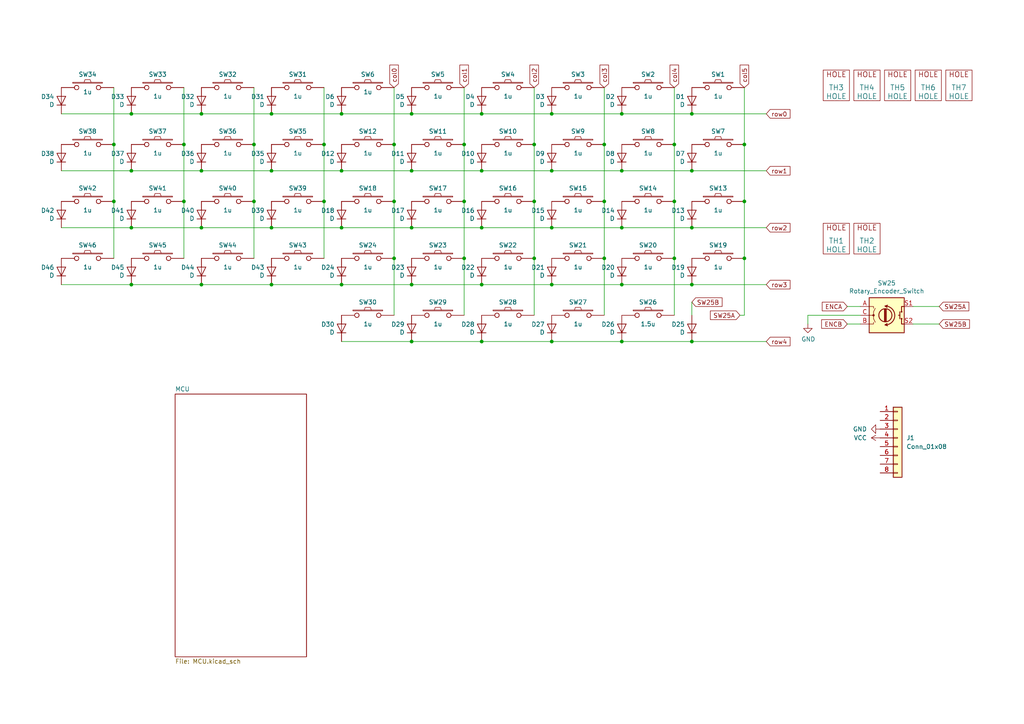
<source format=kicad_sch>
(kicad_sch (version 20211123) (generator eeschema)
  (paper "A4")
  (lib_symbols
    (symbol "Connector_Generic:Conn_01x08" (pin_names (offset 1.016) hide)
      (property "Reference" "J" (at 0 10.16 0))
      (property "Value" "Conn_01x08" (at 0 -12.7 0))
      (symbol "Conn_01x08_1_1"
        (rectangle (start -1.27 -10.033) (end 0 -10.287) (stroke (width 0.1524)))
        (rectangle (start -1.27 -7.493) (end 0 -7.747) (stroke (width 0.1524)))
        (rectangle (start -1.27 -4.953) (end 0 -5.207) (stroke (width 0.1524)))
        (rectangle (start -1.27 -2.413) (end 0 -2.667) (stroke (width 0.1524)))
        (rectangle (start -1.27 0.127) (end 0 -0.127) (stroke (width 0.1524)))
        (rectangle (start -1.27 2.667) (end 0 2.413) (stroke (width 0.1524)))
        (rectangle (start -1.27 5.207) (end 0 4.953) (stroke (width 0.1524)))
        (rectangle (start -1.27 7.747) (end 0 7.493) (stroke (width 0.1524)))
        (rectangle (start -1.27 8.89) (end 1.27 -11.43) (stroke (width 0.254)) (fill (type background)))
        (pin passive line (at -5.08 7.62 0) (length 3.81) (name "Pin_1") (number "1"))
        (pin passive line (at -5.08 5.08 0) (length 3.81) (name "Pin_2") (number "2"))
        (pin passive line (at -5.08 2.54 0) (length 3.81) (name "Pin_3") (number "3"))
        (pin passive line (at -5.08 0 0) (length 3.81) (name "Pin_4") (number "4"))
        (pin passive line (at -5.08 -2.54 0) (length 3.81) (name "Pin_5") (number "5"))
        (pin passive line (at -5.08 -5.08 0) (length 3.81) (name "Pin_6") (number "6"))
        (pin passive line (at -5.08 -7.62 0) (length 3.81) (name "Pin_7") (number "7"))
        (pin passive line (at -5.08 -10.16 0) (length 3.81) (name "Pin_8") (number "8"))
      )
    )
    (symbol "Device:Rotary_Encoder_Switch" (pin_names (offset 0.254) hide)
      (property "Reference" "SW" (at 0 6.604 0))
      (property "Value" "Device_Rotary_Encoder_Switch" (at 0 -6.604 0))
      (symbol "Rotary_Encoder_Switch_0_1"
        (rectangle (start -5.08 5.08) (end 5.08 -5.08) (stroke (width 0.254)) (fill (type background)))
        (circle (center -3.81 0) (radius 0.254) (fill (type outline)))
        (arc (start -0.381 -2.794) (mid 2.3622 -0.0635) (end -0.381 2.667) (stroke (width 0.254)))
        (circle (center -0.381 0) (radius 1.905) (stroke (width 0.254)))
        (polyline (pts (xy -0.635 -1.778) (xy -0.635 1.778)) (stroke (width 0.254)))
        (polyline (pts (xy -0.381 -1.778) (xy -0.381 1.778)) (stroke (width 0.254)))
        (polyline (pts (xy -0.127 1.778) (xy -0.127 -1.778)) (stroke (width 0.254)))
        (polyline (pts (xy 3.81 0) (xy 3.429 0)) (stroke (width 0.254)))
        (polyline (pts (xy 3.81 1.016) (xy 3.81 -1.016)) (stroke (width 0.254)))
        (polyline (pts (xy -5.08 -2.54) (xy -3.81 -2.54) (xy -3.81 -2.032)))
        (polyline (pts (xy -5.08 2.54) (xy -3.81 2.54) (xy -3.81 2.032)))
        (polyline (pts (xy 0.254 -3.048) (xy -0.508 -2.794) (xy 0.127 -2.413)) (stroke (width 0.254)))
        (polyline (pts (xy 0.254 2.921) (xy -0.508 2.667) (xy 0.127 2.286)) (stroke (width 0.254)))
        (polyline (pts (xy 5.08 -2.54) (xy 4.318 -2.54) (xy 4.318 -1.016)) (stroke (width 0.254)))
        (polyline (pts (xy 5.08 2.54) (xy 4.318 2.54) (xy 4.318 1.016)) (stroke (width 0.254)))
        (polyline (pts (xy -5.08 0) (xy -3.81 0) (xy -3.81 -1.016) (xy -3.302 -2.032)))
        (polyline (pts (xy -4.318 0) (xy -3.81 0) (xy -3.81 1.016) (xy -3.302 2.032)))
        (circle (center 4.318 -1.016) (radius 0.127) (stroke (width 0.254)))
        (circle (center 4.318 1.016) (radius 0.127) (stroke (width 0.254)))
      )
      (symbol "Rotary_Encoder_Switch_1_1"
        (pin passive line (at -7.62 2.54 0) (length 2.54) (name "A") (number "A"))
        (pin passive line (at -7.62 -2.54 0) (length 2.54) (name "B") (number "B"))
        (pin passive line (at -7.62 0 0) (length 2.54) (name "C") (number "C"))
        (pin passive line (at 7.62 2.54 180) (length 2.54) (name "S1") (number "S1"))
        (pin passive line (at 7.62 -2.54 180) (length 2.54) (name "S2") (number "S2"))
      )
    )
    (symbol "SofleKeyboard-rescue:D-Lily58-cache-Lily58_Pro-rescue" (pin_numbers hide) (pin_names (offset 1.016) hide)
      (property "Reference" "D" (at 0 2.54 0))
      (property "Value" "D-Lily58-cache-Lily58_Pro-rescue" (at 0 -2.54 0))
      (symbol "D-Lily58-cache-Lily58_Pro-rescue_0_1"
        (polyline (pts (xy -1.27 1.27) (xy -1.27 -1.27)) (stroke (width 0.2032)))
        (polyline (pts (xy 1.27 0) (xy -1.27 0)))
        (polyline (pts (xy 1.27 1.27) (xy 1.27 -1.27) (xy -1.27 0) (xy 1.27 1.27)) (stroke (width 0.2032)))
      )
      (symbol "D-Lily58-cache-Lily58_Pro-rescue_1_1"
        (pin passive line (at -3.81 0 0) (length 2.54) (name "K") (number "1"))
        (pin passive line (at 3.81 0 180) (length 2.54) (name "A") (number "2"))
      )
    )
    (symbol "SofleKeyboard-rescue:HOLE-Lily58-cache-Lily58_Pro-rescue" (pin_names (offset 1.016))
      (property "Reference" "U" (at 0 0 0))
      (property "Value" "HOLE-Lily58-cache-Lily58_Pro-rescue" (at 0 -5.08 0))
      (symbol "HOLE-Lily58-cache-Lily58_Pro-rescue_0_0"
        (text "HOLE" (at 0 3.81 0) (effects (font (size 1.524 1.524))))
      )
      (symbol "HOLE-Lily58-cache-Lily58_Pro-rescue_0_1"
        (rectangle (start 3.81 5.08) (end -3.81 -3.81))
      )
    )
    (symbol "SofleKeyboard-rescue:SW_PUSH-Lily58-cache-Lily58_Pro-rescue" (pin_numbers hide) (pin_names (offset 1.016) hide)
      (property "Reference" "SW" (at 3.81 2.794 0))
      (property "Value" "SW_PUSH-Lily58-cache-Lily58_Pro-rescue" (at 0 -2.032 0))
      (symbol "SW_PUSH-Lily58-cache-Lily58_Pro-rescue_0_1"
        (rectangle (start -4.318 1.27) (end 4.318 1.524))
        (polyline (pts (xy -1.016 1.524) (xy -0.762 2.286) (xy 0.762 2.286) (xy 1.016 1.524)))
        (pin passive inverted (at -7.62 0 0) (length 5.08) (name "1") (number "1"))
        (pin passive inverted (at 7.62 0 180) (length 5.08) (name "2") (number "2"))
      )
    )
    (symbol "power:GND" (power) (pin_names (offset 0))
      (property "Value" "GND" (at 0 -3.81 0))
      (symbol "GND_0_1"
        (polyline (pts (xy 0 0) (xy 0 -1.27) (xy 1.27 -1.27) (xy 0 -2.54) (xy -1.27 -1.27) (xy 0 -1.27)))
      )
      (symbol "GND_1_1"
        (pin power_in line (at 0 0 270) (length 0) hide (name "GND") (number "1"))
      )
    )
    (symbol "power:VCC" (power) (pin_names (offset 0))
      (property "Value" "VCC" (at 0 3.81 0))
      (symbol "VCC_0_1"
        (polyline (pts (xy -0.762 1.27) (xy 0 2.54)))
        (polyline (pts (xy 0 0) (xy 0 2.54)))
        (polyline (pts (xy 0 2.54) (xy 0.762 1.27)))
      )
      (symbol "VCC_1_1"
        (pin power_in line (at 0 0 90) (length 0) hide (name "VCC") (number "1"))
      )
    )
  )
  (junction (at 180.34 66.04))
  (junction (at 38.1 66.04))
  (junction (at 175.26 74.93))
  (junction (at 215.9 41.91))
  (junction (at 160.02 82.55))
  (junction (at 119.38 99.06))
  (junction (at 139.7 82.55))
  (junction (at 180.34 49.53))
  (junction (at 99.06 82.55))
  (junction (at 58.42 82.55))
  (junction (at 114.3 41.91))
  (junction (at 200.66 33.02))
  (junction (at 78.74 82.55))
  (junction (at 160.02 49.53))
  (junction (at 38.1 33.02))
  (junction (at 99.06 33.02))
  (junction (at 154.94 41.91))
  (junction (at 114.3 74.93))
  (junction (at 180.34 33.02))
  (junction (at 195.58 74.93))
  (junction (at 78.74 66.04))
  (junction (at 160.02 66.04))
  (junction (at 73.66 58.42))
  (junction (at 200.66 82.55))
  (junction (at 99.06 49.53))
  (junction (at 134.62 41.91))
  (junction (at 93.98 41.91))
  (junction (at 114.3 58.42))
  (junction (at 195.58 58.42))
  (junction (at 175.26 58.42))
  (junction (at 58.42 33.02))
  (junction (at 139.7 66.04))
  (junction (at 58.42 49.53))
  (junction (at 195.58 41.91))
  (junction (at 73.66 41.91))
  (junction (at 175.26 41.91))
  (junction (at 58.42 66.04))
  (junction (at 134.62 74.93))
  (junction (at 53.34 41.91))
  (junction (at 119.38 66.04))
  (junction (at 33.02 41.91))
  (junction (at 119.38 49.53))
  (junction (at 78.74 33.02))
  (junction (at 215.9 58.42))
  (junction (at 38.1 82.55))
  (junction (at 119.38 33.02))
  (junction (at 160.02 33.02))
  (junction (at 134.62 58.42))
  (junction (at 154.94 74.93))
  (junction (at 93.98 58.42))
  (junction (at 78.74 49.53))
  (junction (at 99.06 66.04))
  (junction (at 139.7 49.53))
  (junction (at 33.02 58.42))
  (junction (at 215.9 74.93))
  (junction (at 200.66 99.06))
  (junction (at 119.38 82.55))
  (junction (at 139.7 99.06))
  (junction (at 180.34 82.55))
  (junction (at 200.66 49.53))
  (junction (at 200.66 66.04))
  (junction (at 38.1 49.53))
  (junction (at 139.7 33.02))
  (junction (at 154.94 58.42))
  (junction (at 160.02 99.06))
  (junction (at 53.34 58.42))
  (junction (at 180.34 99.06))
  (wire (pts (xy 78.74 66.04) (xy 58.42 66.04)))
  (wire (pts (xy 93.98 58.42) (xy 93.98 74.93)))
  (wire (pts (xy 78.74 33.02) (xy 58.42 33.02)))
  (wire (pts (xy 222.25 99.06) (xy 200.66 99.06)))
  (wire (pts (xy 119.38 66.04) (xy 99.06 66.04)))
  (wire (pts (xy 99.06 49.53) (xy 78.74 49.53)))
  (wire (pts (xy 119.38 99.06) (xy 99.06 99.06)))
  (wire (pts (xy 160.02 66.04) (xy 139.7 66.04)))
  (wire (pts (xy 200.66 87.63) (xy 200.66 91.44)))
  (wire (pts (xy 200.66 99.06) (xy 180.34 99.06)))
  (wire (pts (xy 180.34 66.04) (xy 160.02 66.04)))
  (wire (pts (xy 195.58 25.4) (xy 195.58 41.91)))
  (wire (pts (xy 93.98 25.4) (xy 93.98 41.91)))
  (wire (pts (xy 99.06 82.55) (xy 78.74 82.55)))
  (wire (pts (xy 154.94 58.42) (xy 154.94 74.93)))
  (wire (pts (xy 53.34 74.93) (xy 53.34 58.42)))
  (wire (pts (xy 38.1 66.04) (xy 17.78 66.04)))
  (wire (pts (xy 154.94 74.93) (xy 154.94 91.44)))
  (wire (pts (xy 119.38 33.02) (xy 139.7 33.02)))
  (wire (pts (xy 93.98 41.91) (xy 93.98 58.42)))
  (wire (pts (xy 215.9 41.91) (xy 215.9 58.42)))
  (wire (pts (xy 264.795 93.98) (xy 272.415 93.98)))
  (wire (pts (xy 139.7 99.06) (xy 119.38 99.06)))
  (wire (pts (xy 134.62 25.4) (xy 134.62 41.91)))
  (wire (pts (xy 78.74 49.53) (xy 58.42 49.53)))
  (wire (pts (xy 180.34 33.02) (xy 200.66 33.02)))
  (wire (pts (xy 180.34 33.02) (xy 160.02 33.02)))
  (wire (pts (xy 73.66 41.91) (xy 73.66 58.42)))
  (wire (pts (xy 38.1 33.02) (xy 58.42 33.02)))
  (wire (pts (xy 114.3 58.42) (xy 114.3 41.91)))
  (wire (pts (xy 160.02 49.53) (xy 139.7 49.53)))
  (wire (pts (xy 175.26 41.91) (xy 175.26 58.42)))
  (wire (pts (xy 38.1 33.02) (xy 17.78 33.02)))
  (wire (pts (xy 215.9 74.93) (xy 215.9 91.44)))
  (wire (pts (xy 200.66 82.55) (xy 222.25 82.55)))
  (wire (pts (xy 119.38 33.02) (xy 99.06 33.02)))
  (wire (pts (xy 134.62 74.93) (xy 134.62 58.42)))
  (wire (pts (xy 139.7 49.53) (xy 119.38 49.53)))
  (wire (pts (xy 264.795 88.9) (xy 272.415 88.9)))
  (wire (pts (xy 114.3 58.42) (xy 114.3 74.93)))
  (wire (pts (xy 180.34 66.04) (xy 200.66 66.04)))
  (wire (pts (xy 180.34 82.55) (xy 200.66 82.55)))
  (wire (pts (xy 249.555 91.44) (xy 234.315 91.44)))
  (wire (pts (xy 200.66 66.04) (xy 222.25 66.04)))
  (wire (pts (xy 245.745 88.9) (xy 249.555 88.9)))
  (wire (pts (xy 99.06 33.02) (xy 78.74 33.02)))
  (wire (pts (xy 33.02 58.42) (xy 33.02 41.91)))
  (wire (pts (xy 200.66 49.53) (xy 222.25 49.53)))
  (wire (pts (xy 175.26 25.4) (xy 175.26 41.91)))
  (wire (pts (xy 99.06 66.04) (xy 78.74 66.04)))
  (wire (pts (xy 33.02 41.91) (xy 33.02 25.4)))
  (wire (pts (xy 180.34 99.06) (xy 160.02 99.06)))
  (wire (pts (xy 58.42 82.55) (xy 38.1 82.55)))
  (wire (pts (xy 33.02 58.42) (xy 33.02 74.93)))
  (wire (pts (xy 195.58 41.91) (xy 195.58 58.42)))
  (wire (pts (xy 200.66 33.02) (xy 222.25 33.02)))
  (wire (pts (xy 139.7 66.04) (xy 119.38 66.04)))
  (wire (pts (xy 195.58 58.42) (xy 195.58 74.93)))
  (wire (pts (xy 175.26 58.42) (xy 175.26 74.93)))
  (wire (pts (xy 154.94 41.91) (xy 154.94 58.42)))
  (wire (pts (xy 160.02 33.02) (xy 139.7 33.02)))
  (wire (pts (xy 139.7 82.55) (xy 119.38 82.55)))
  (wire (pts (xy 38.1 82.55) (xy 17.78 82.55)))
  (wire (pts (xy 53.34 41.91) (xy 53.34 58.42)))
  (wire (pts (xy 58.42 49.53) (xy 38.1 49.53)))
  (wire (pts (xy 134.62 41.91) (xy 134.62 58.42)))
  (wire (pts (xy 154.94 25.4) (xy 154.94 41.91)))
  (wire (pts (xy 215.9 58.42) (xy 215.9 74.93)))
  (wire (pts (xy 215.9 25.4) (xy 215.9 41.91)))
  (wire (pts (xy 160.02 99.06) (xy 139.7 99.06)))
  (wire (pts (xy 119.38 49.53) (xy 99.06 49.53)))
  (wire (pts (xy 245.745 93.98) (xy 249.555 93.98)))
  (wire (pts (xy 134.62 74.93) (xy 134.62 91.44)))
  (wire (pts (xy 160.02 82.55) (xy 139.7 82.55)))
  (wire (pts (xy 175.26 74.93) (xy 175.26 91.44)))
  (wire (pts (xy 53.34 25.4) (xy 53.34 41.91)))
  (wire (pts (xy 73.66 25.4) (xy 73.66 41.91)))
  (wire (pts (xy 215.9 91.44) (xy 214.63 91.44)))
  (wire (pts (xy 180.34 49.53) (xy 160.02 49.53)))
  (wire (pts (xy 195.58 74.93) (xy 195.58 91.44)))
  (wire (pts (xy 180.34 82.55) (xy 160.02 82.55)))
  (wire (pts (xy 114.3 74.93) (xy 114.3 91.44)))
  (wire (pts (xy 38.1 49.53) (xy 17.78 49.53)))
  (wire (pts (xy 114.3 41.91) (xy 114.3 25.4)))
  (wire (pts (xy 58.42 66.04) (xy 38.1 66.04)))
  (wire (pts (xy 234.315 91.44) (xy 234.315 93.98)))
  (wire (pts (xy 119.38 82.55) (xy 99.06 82.55)))
  (wire (pts (xy 180.34 49.53) (xy 200.66 49.53)))
  (wire (pts (xy 73.66 58.42) (xy 73.66 74.93)))
  (wire (pts (xy 78.74 82.55) (xy 58.42 82.55)))
  (global_label "ENCA" (shape input) (at 245.745 88.9 180) (property "Intersheet References" "${INTERSHEET_REFS}" (effects hide)))
  (global_label "SW25B" (shape input) (at 272.415 93.98 0) (property "Intersheet References" "${INTERSHEET_REFS}" (effects hide)))
  (global_label "SW25A" (shape input) (at 214.63 91.44 180) (property "Intersheet References" "${INTERSHEET_REFS}" (effects hide)))
  (global_label "ENCB" (shape input) (at 245.745 93.98 180) (property "Intersheet References" "${INTERSHEET_REFS}" (effects hide)))
  (global_label "col4" (shape input) (at 195.58 25.4 90) (property "Intersheet References" "${INTERSHEET_REFS}" (effects hide)))
  (global_label "SW25A" (shape input) (at 272.415 88.9 0) (property "Intersheet References" "${INTERSHEET_REFS}" (effects hide)))
  (global_label "col2" (shape input) (at 154.94 25.4 90) (property "Intersheet References" "${INTERSHEET_REFS}" (effects hide)))
  (global_label "row3" (shape input) (at 222.25 82.55 0) (property "Intersheet References" "${INTERSHEET_REFS}" (effects hide)))
  (global_label "row0" (shape input) (at 222.25 33.02 0) (property "Intersheet References" "${INTERSHEET_REFS}" (effects hide)))
  (global_label "row4" (shape input) (at 222.25 99.06 0) (property "Intersheet References" "${INTERSHEET_REFS}" (effects hide)))
  (global_label "col5" (shape input) (at 215.9 25.4 90) (property "Intersheet References" "${INTERSHEET_REFS}" (effects hide)))
  (global_label "SW25B" (shape input) (at 200.66 87.63 0) (property "Intersheet References" "${INTERSHEET_REFS}" (effects hide)))
  (global_label "row2" (shape input) (at 222.25 66.04 0) (property "Intersheet References" "${INTERSHEET_REFS}" (effects hide)))
  (global_label "col0" (shape input) (at 114.3 25.4 90) (property "Intersheet References" "${INTERSHEET_REFS}" (effects hide)))
  (global_label "col3" (shape input) (at 175.26 25.4 90) (property "Intersheet References" "${INTERSHEET_REFS}" (effects hide)))
  (global_label "col1" (shape input) (at 134.62 25.4 90) (property "Intersheet References" "${INTERSHEET_REFS}" (effects hide)))
  (global_label "row1" (shape input) (at 222.25 49.53 0) (property "Intersheet References" "${INTERSHEET_REFS}" (effects hide)))
  (symbol (lib_id "SofleKeyboard-rescue:SW_PUSH-Lily58-cache-Lily58_Pro-rescue") (at 187.96 91.44 0) (mirror y) (unit 1)
    (property "Reference" "SW26" (at 187.96 87.63 0))
    (property "Value" "1.5u" (at 187.96 93.98 0))
    (property "Footprint" "MX-hotswap:SW-HS-1.5u" (effects hide))
  )
  (symbol (lib_id "SofleKeyboard-rescue:SW_PUSH-Lily58-cache-Lily58_Pro-rescue") (at 208.28 25.4 0) (mirror y) (unit 1)
    (property "Reference" "SW1" (at 208.28 21.59 0))
    (property "Value" "1u" (at 208.28 27.94 0))
    (property "Footprint" "MX-hotswap:SW-HS-1u" (effects hide))
  )
  (symbol (lib_id "SofleKeyboard-rescue:D-Lily58-cache-Lily58_Pro-rescue") (at 200.66 29.21 270) (mirror x) (unit 1)
    (property "Reference" "D1" (at 198.6534 28.0416 90) (effects (justify right)))
    (property "Value" "D" (at 198.6534 30.353 90) (effects (justify right)))
    (property "Footprint" "SofleKeyboard-footprint:Diode_SOD123" (effects hide))
  )
  (symbol (lib_id "SofleKeyboard-rescue:SW_PUSH-Lily58-cache-Lily58_Pro-rescue") (at 187.96 25.4 0) (mirror y) (unit 1)
    (property "Reference" "SW2" (at 187.96 21.59 0))
    (property "Value" "1u" (at 187.96 27.94 0))
    (property "Footprint" "MX-hotswap:SW-HS-1u" (effects hide))
  )
  (symbol (lib_id "SofleKeyboard-rescue:D-Lily58-cache-Lily58_Pro-rescue") (at 180.34 29.21 270) (mirror x) (unit 1)
    (property "Reference" "D2" (at 178.3334 28.0416 90) (effects (justify right)))
    (property "Value" "D" (at 178.3334 30.353 90) (effects (justify right)))
    (property "Footprint" "SofleKeyboard-footprint:Diode_SOD123" (effects hide))
  )
  (symbol (lib_id "SofleKeyboard-rescue:SW_PUSH-Lily58-cache-Lily58_Pro-rescue") (at 167.64 25.4 0) (mirror y) (unit 1)
    (property "Reference" "SW3" (at 167.64 21.59 0))
    (property "Value" "1u" (at 167.64 27.94 0))
    (property "Footprint" "MX-hotswap:SW-HS-1u" (effects hide))
  )
  (symbol (lib_id "SofleKeyboard-rescue:D-Lily58-cache-Lily58_Pro-rescue") (at 160.02 29.21 270) (mirror x) (unit 1)
    (property "Reference" "D3" (at 158.0134 28.0416 90) (effects (justify right)))
    (property "Value" "D" (at 158.0134 30.353 90) (effects (justify right)))
    (property "Footprint" "SofleKeyboard-footprint:Diode_SOD123" (effects hide))
  )
  (symbol (lib_id "SofleKeyboard-rescue:SW_PUSH-Lily58-cache-Lily58_Pro-rescue") (at 147.32 25.4 0) (mirror y) (unit 1)
    (property "Reference" "SW4" (at 147.32 21.59 0))
    (property "Value" "1u" (at 147.32 27.94 0))
    (property "Footprint" "MX-hotswap:SW-HS-1u" (effects hide))
  )
  (symbol (lib_id "SofleKeyboard-rescue:D-Lily58-cache-Lily58_Pro-rescue") (at 139.7 29.21 270) (mirror x) (unit 1)
    (property "Reference" "D4" (at 137.6934 28.0416 90) (effects (justify right)))
    (property "Value" "D" (at 137.6934 30.353 90) (effects (justify right)))
    (property "Footprint" "SofleKeyboard-footprint:Diode_SOD123" (effects hide))
  )
  (symbol (lib_id "SofleKeyboard-rescue:SW_PUSH-Lily58-cache-Lily58_Pro-rescue") (at 127 25.4 0) (mirror y) (unit 1)
    (property "Reference" "SW5" (at 127 21.59 0))
    (property "Value" "1u" (at 127 27.94 0))
    (property "Footprint" "MX-hotswap:SW-HS-1u" (effects hide))
  )
  (symbol (lib_id "SofleKeyboard-rescue:D-Lily58-cache-Lily58_Pro-rescue") (at 119.38 29.21 270) (mirror x) (unit 1)
    (property "Reference" "D5" (at 117.3734 28.0416 90) (effects (justify right)))
    (property "Value" "D" (at 117.3734 30.353 90) (effects (justify right)))
    (property "Footprint" "SofleKeyboard-footprint:Diode_SOD123" (effects hide))
  )
  (symbol (lib_id "SofleKeyboard-rescue:SW_PUSH-Lily58-cache-Lily58_Pro-rescue") (at 106.68 25.4 0) (mirror y) (unit 1)
    (property "Reference" "SW6" (at 106.68 21.59 0))
    (property "Value" "1u" (at 106.68 26.67 0))
    (property "Footprint" "MX-hotswap:SW-HS-1u" (effects hide))
  )
  (symbol (lib_id "SofleKeyboard-rescue:D-Lily58-cache-Lily58_Pro-rescue") (at 99.06 29.21 270) (mirror x) (unit 1)
    (property "Reference" "D6" (at 97.0534 28.0416 90) (effects (justify right)))
    (property "Value" "D" (at 97.0534 30.353 90) (effects (justify right)))
    (property "Footprint" "SofleKeyboard-footprint:Diode_SOD123" (effects hide))
  )
  (symbol (lib_id "SofleKeyboard-rescue:SW_PUSH-Lily58-cache-Lily58_Pro-rescue") (at 187.96 41.91 0) (mirror y) (unit 1)
    (property "Reference" "SW8" (at 187.96 38.1 0))
    (property "Value" "1u" (at 187.96 44.45 0))
    (property "Footprint" "MX-hotswap:SW-HS-1u" (effects hide))
  )
  (symbol (lib_id "SofleKeyboard-rescue:SW_PUSH-Lily58-cache-Lily58_Pro-rescue") (at 167.64 41.91 0) (mirror y) (unit 1)
    (property "Reference" "SW9" (at 167.64 38.1 0))
    (property "Value" "1u" (at 167.64 44.45 0))
    (property "Footprint" "MX-hotswap:SW-HS-1u" (effects hide))
  )
  (symbol (lib_id "SofleKeyboard-rescue:SW_PUSH-Lily58-cache-Lily58_Pro-rescue") (at 147.32 41.91 0) (mirror y) (unit 1)
    (property "Reference" "SW10" (at 147.32 38.1 0))
    (property "Value" "1u" (at 147.32 44.45 0))
    (property "Footprint" "MX-hotswap:SW-HS-1u" (effects hide))
  )
  (symbol (lib_id "SofleKeyboard-rescue:SW_PUSH-Lily58-cache-Lily58_Pro-rescue") (at 127 41.91 0) (mirror y) (unit 1)
    (property "Reference" "SW11" (at 127 38.1 0))
    (property "Value" "1u" (at 127 44.45 0))
    (property "Footprint" "MX-hotswap:SW-HS-1u" (effects hide))
  )
  (symbol (lib_id "SofleKeyboard-rescue:SW_PUSH-Lily58-cache-Lily58_Pro-rescue") (at 106.68 41.91 0) (mirror y) (unit 1)
    (property "Reference" "SW12" (at 106.68 38.1 0))
    (property "Value" "1u" (at 106.68 44.45 0))
    (property "Footprint" "MX-hotswap:SW-HS-1u" (effects hide))
  )
  (symbol (lib_id "SofleKeyboard-rescue:SW_PUSH-Lily58-cache-Lily58_Pro-rescue") (at 208.28 41.91 0) (mirror y) (unit 1)
    (property "Reference" "SW7" (at 208.28 38.1 0))
    (property "Value" "1u" (at 208.28 44.45 0))
    (property "Footprint" "MX-hotswap:SW-HS-1u" (effects hide))
  )
  (symbol (lib_id "SofleKeyboard-rescue:D-Lily58-cache-Lily58_Pro-rescue") (at 200.66 45.72 270) (mirror x) (unit 1)
    (property "Reference" "D7" (at 198.6534 44.5516 90) (effects (justify right)))
    (property "Value" "D" (at 198.6534 46.863 90) (effects (justify right)))
    (property "Footprint" "SofleKeyboard-footprint:Diode_SOD123" (effects hide))
  )
  (symbol (lib_id "SofleKeyboard-rescue:D-Lily58-cache-Lily58_Pro-rescue") (at 180.34 45.72 270) (mirror x) (unit 1)
    (property "Reference" "D8" (at 178.3334 44.5516 90) (effects (justify right)))
    (property "Value" "D" (at 178.3334 46.863 90) (effects (justify right)))
    (property "Footprint" "SofleKeyboard-footprint:Diode_SOD123" (effects hide))
  )
  (symbol (lib_id "SofleKeyboard-rescue:D-Lily58-cache-Lily58_Pro-rescue") (at 160.02 45.72 270) (mirror x) (unit 1)
    (property "Reference" "D9" (at 158.0134 44.5516 90) (effects (justify right)))
    (property "Value" "D" (at 158.0134 46.863 90) (effects (justify right)))
    (property "Footprint" "SofleKeyboard-footprint:Diode_SOD123" (effects hide))
  )
  (symbol (lib_id "SofleKeyboard-rescue:D-Lily58-cache-Lily58_Pro-rescue") (at 139.7 45.72 270) (mirror x) (unit 1)
    (property "Reference" "D10" (at 137.6934 44.5516 90) (effects (justify right)))
    (property "Value" "D" (at 137.6934 46.863 90) (effects (justify right)))
    (property "Footprint" "SofleKeyboard-footprint:Diode_SOD123" (effects hide))
  )
  (symbol (lib_id "SofleKeyboard-rescue:D-Lily58-cache-Lily58_Pro-rescue") (at 119.38 45.72 270) (mirror x) (unit 1)
    (property "Reference" "D11" (at 117.3734 44.5516 90) (effects (justify right)))
    (property "Value" "D" (at 117.3734 46.863 90) (effects (justify right)))
    (property "Footprint" "SofleKeyboard-footprint:Diode_SOD123" (effects hide))
  )
  (symbol (lib_id "SofleKeyboard-rescue:D-Lily58-cache-Lily58_Pro-rescue") (at 99.06 45.72 270) (mirror x) (unit 1)
    (property "Reference" "D12" (at 97.0534 44.5516 90) (effects (justify right)))
    (property "Value" "D" (at 97.0534 46.863 90) (effects (justify right)))
    (property "Footprint" "SofleKeyboard-footprint:Diode_SOD123" (effects hide))
  )
  (symbol (lib_id "SofleKeyboard-rescue:SW_PUSH-Lily58-cache-Lily58_Pro-rescue") (at 208.28 58.42 0) (mirror y) (unit 1)
    (property "Reference" "SW13" (at 208.28 54.61 0))
    (property "Value" "1u" (at 208.28 60.96 0))
    (property "Footprint" "MX-hotswap:SW-HS-1u" (effects hide))
  )
  (symbol (lib_id "SofleKeyboard-rescue:SW_PUSH-Lily58-cache-Lily58_Pro-rescue") (at 187.96 58.42 0) (mirror y) (unit 1)
    (property "Reference" "SW14" (at 187.96 54.61 0))
    (property "Value" "1u" (at 187.96 60.96 0))
    (property "Footprint" "MX-hotswap:SW-HS-1u" (effects hide))
  )
  (symbol (lib_id "SofleKeyboard-rescue:SW_PUSH-Lily58-cache-Lily58_Pro-rescue") (at 167.64 58.42 0) (mirror y) (unit 1)
    (property "Reference" "SW15" (at 167.64 54.61 0))
    (property "Value" "1u" (at 167.64 60.96 0))
    (property "Footprint" "MX-hotswap:SW-HS-1u" (effects hide))
  )
  (symbol (lib_id "SofleKeyboard-rescue:SW_PUSH-Lily58-cache-Lily58_Pro-rescue") (at 147.32 58.42 0) (mirror y) (unit 1)
    (property "Reference" "SW16" (at 147.32 54.61 0))
    (property "Value" "1u" (at 147.32 60.96 0))
    (property "Footprint" "MX-hotswap:SW-HS-1u" (effects hide))
  )
  (symbol (lib_id "SofleKeyboard-rescue:SW_PUSH-Lily58-cache-Lily58_Pro-rescue") (at 127 58.42 0) (mirror y) (unit 1)
    (property "Reference" "SW17" (at 127 54.61 0))
    (property "Value" "1u" (at 127 60.96 0))
    (property "Footprint" "MX-hotswap:SW-HS-1u" (effects hide))
  )
  (symbol (lib_id "SofleKeyboard-rescue:SW_PUSH-Lily58-cache-Lily58_Pro-rescue") (at 106.68 58.42 0) (mirror y) (unit 1)
    (property "Reference" "SW18" (at 106.68 54.61 0))
    (property "Value" "1u" (at 106.68 60.96 0))
    (property "Footprint" "MX-hotswap:SW-HS-1u" (effects hide))
  )
  (symbol (lib_id "SofleKeyboard-rescue:D-Lily58-cache-Lily58_Pro-rescue") (at 200.66 62.23 270) (mirror x) (unit 1)
    (property "Reference" "D13" (at 198.6534 61.0616 90) (effects (justify right)))
    (property "Value" "D" (at 198.6534 63.373 90) (effects (justify right)))
    (property "Footprint" "SofleKeyboard-footprint:Diode_SOD123" (effects hide))
  )
  (symbol (lib_id "SofleKeyboard-rescue:D-Lily58-cache-Lily58_Pro-rescue") (at 180.34 62.23 270) (mirror x) (unit 1)
    (property "Reference" "D14" (at 178.3334 61.0616 90) (effects (justify right)))
    (property "Value" "D" (at 178.3334 63.373 90) (effects (justify right)))
    (property "Footprint" "SofleKeyboard-footprint:Diode_SOD123" (effects hide))
  )
  (symbol (lib_id "SofleKeyboard-rescue:D-Lily58-cache-Lily58_Pro-rescue") (at 160.02 62.23 270) (mirror x) (unit 1)
    (property "Reference" "D15" (at 158.0134 61.0616 90) (effects (justify right)))
    (property "Value" "D" (at 158.0134 63.373 90) (effects (justify right)))
    (property "Footprint" "SofleKeyboard-footprint:Diode_SOD123" (effects hide))
  )
  (symbol (lib_id "SofleKeyboard-rescue:D-Lily58-cache-Lily58_Pro-rescue") (at 139.7 62.23 270) (mirror x) (unit 1)
    (property "Reference" "D16" (at 137.6934 61.0616 90) (effects (justify right)))
    (property "Value" "D" (at 137.6934 63.373 90) (effects (justify right)))
    (property "Footprint" "SofleKeyboard-footprint:Diode_SOD123" (effects hide))
  )
  (symbol (lib_id "SofleKeyboard-rescue:D-Lily58-cache-Lily58_Pro-rescue") (at 119.38 62.23 270) (mirror x) (unit 1)
    (property "Reference" "D17" (at 117.3734 61.0616 90) (effects (justify right)))
    (property "Value" "D" (at 117.3734 63.373 90) (effects (justify right)))
    (property "Footprint" "SofleKeyboard-footprint:Diode_SOD123" (effects hide))
  )
  (symbol (lib_id "SofleKeyboard-rescue:D-Lily58-cache-Lily58_Pro-rescue") (at 99.06 62.23 270) (mirror x) (unit 1)
    (property "Reference" "D18" (at 97.0534 61.0616 90) (effects (justify right)))
    (property "Value" "D" (at 97.0534 63.373 90) (effects (justify right)))
    (property "Footprint" "SofleKeyboard-footprint:Diode_SOD123" (effects hide))
  )
  (symbol (lib_id "SofleKeyboard-rescue:SW_PUSH-Lily58-cache-Lily58_Pro-rescue") (at 167.64 74.93 0) (mirror y) (unit 1)
    (property "Reference" "SW21" (at 167.64 71.12 0))
    (property "Value" "1u" (at 167.64 77.47 0))
    (property "Footprint" "MX-hotswap:SW-HS-1u" (effects hide))
  )
  (symbol (lib_id "SofleKeyboard-rescue:SW_PUSH-Lily58-cache-Lily58_Pro-rescue") (at 147.32 74.93 0) (mirror y) (unit 1)
    (property "Reference" "SW22" (at 147.32 71.12 0))
    (property "Value" "1u" (at 147.32 77.47 0))
    (property "Footprint" "MX-hotswap:SW-HS-1u" (effects hide))
  )
  (symbol (lib_id "SofleKeyboard-rescue:SW_PUSH-Lily58-cache-Lily58_Pro-rescue") (at 127 74.93 0) (mirror y) (unit 1)
    (property "Reference" "SW23" (at 127 71.12 0))
    (property "Value" "1u" (at 127 77.47 0))
    (property "Footprint" "MX-hotswap:SW-HS-1u" (effects hide))
  )
  (symbol (lib_id "SofleKeyboard-rescue:SW_PUSH-Lily58-cache-Lily58_Pro-rescue") (at 106.68 74.93 0) (mirror y) (unit 1)
    (property "Reference" "SW24" (at 106.68 71.12 0))
    (property "Value" "1u" (at 106.68 77.47 0))
    (property "Footprint" "MX-hotswap:SW-HS-1u" (effects hide))
  )
  (symbol (lib_id "SofleKeyboard-rescue:SW_PUSH-Lily58-cache-Lily58_Pro-rescue") (at 187.96 74.93 0) (mirror y) (unit 1)
    (property "Reference" "SW20" (at 187.96 71.12 0))
    (property "Value" "1u" (at 187.96 77.47 0))
    (property "Footprint" "MX-hotswap:SW-HS-1u" (effects hide))
  )
  (symbol (lib_id "SofleKeyboard-rescue:SW_PUSH-Lily58-cache-Lily58_Pro-rescue") (at 208.28 74.93 0) (mirror y) (unit 1)
    (property "Reference" "SW19" (at 208.28 71.12 0))
    (property "Value" "1u" (at 208.28 77.47 0))
    (property "Footprint" "MX-hotswap:SW-HS-1u" (effects hide))
  )
  (symbol (lib_id "SofleKeyboard-rescue:D-Lily58-cache-Lily58_Pro-rescue") (at 200.66 78.74 270) (mirror x) (unit 1)
    (property "Reference" "D19" (at 198.6534 77.5716 90) (effects (justify right)))
    (property "Value" "D" (at 198.6534 79.883 90) (effects (justify right)))
    (property "Footprint" "SofleKeyboard-footprint:Diode_SOD123" (effects hide))
  )
  (symbol (lib_id "SofleKeyboard-rescue:D-Lily58-cache-Lily58_Pro-rescue") (at 180.34 78.74 270) (mirror x) (unit 1)
    (property "Reference" "D20" (at 178.3334 77.5716 90) (effects (justify right)))
    (property "Value" "D" (at 178.3334 79.883 90) (effects (justify right)))
    (property "Footprint" "SofleKeyboard-footprint:Diode_SOD123" (effects hide))
  )
  (symbol (lib_id "SofleKeyboard-rescue:D-Lily58-cache-Lily58_Pro-rescue") (at 160.02 78.74 270) (mirror x) (unit 1)
    (property "Reference" "D21" (at 158.0134 77.5716 90) (effects (justify right)))
    (property "Value" "D" (at 158.0134 79.883 90) (effects (justify right)))
    (property "Footprint" "SofleKeyboard-footprint:Diode_SOD123" (effects hide))
  )
  (symbol (lib_id "SofleKeyboard-rescue:D-Lily58-cache-Lily58_Pro-rescue") (at 139.7 78.74 270) (mirror x) (unit 1)
    (property "Reference" "D22" (at 137.6934 77.5716 90) (effects (justify right)))
    (property "Value" "D" (at 137.6934 79.883 90) (effects (justify right)))
    (property "Footprint" "SofleKeyboard-footprint:Diode_SOD123" (effects hide))
  )
  (symbol (lib_id "SofleKeyboard-rescue:D-Lily58-cache-Lily58_Pro-rescue") (at 119.38 78.74 270) (mirror x) (unit 1)
    (property "Reference" "D23" (at 117.3734 77.5716 90) (effects (justify right)))
    (property "Value" "D" (at 117.3734 79.883 90) (effects (justify right)))
    (property "Footprint" "SofleKeyboard-footprint:Diode_SOD123" (effects hide))
  )
  (symbol (lib_id "SofleKeyboard-rescue:D-Lily58-cache-Lily58_Pro-rescue") (at 99.06 78.74 270) (mirror x) (unit 1)
    (property "Reference" "D24" (at 97.0534 77.5716 90) (effects (justify right)))
    (property "Value" "D" (at 97.0534 79.883 90) (effects (justify right)))
    (property "Footprint" "SofleKeyboard-footprint:Diode_SOD123" (effects hide))
  )
  (symbol (lib_id "SofleKeyboard-rescue:SW_PUSH-Lily58-cache-Lily58_Pro-rescue") (at 167.64 91.44 0) (mirror y) (unit 1)
    (property "Reference" "SW27" (at 167.64 87.63 0))
    (property "Value" "1u" (at 167.64 93.98 0))
    (property "Footprint" "MX-hotswap:SW-HS-1u" (effects hide))
  )
  (symbol (lib_id "SofleKeyboard-rescue:SW_PUSH-Lily58-cache-Lily58_Pro-rescue") (at 147.32 91.44 0) (mirror y) (unit 1)
    (property "Reference" "SW28" (at 147.32 87.63 0))
    (property "Value" "1u" (at 147.32 93.98 0))
    (property "Footprint" "MX-hotswap:SW-HS-1u" (effects hide))
  )
  (symbol (lib_id "SofleKeyboard-rescue:SW_PUSH-Lily58-cache-Lily58_Pro-rescue") (at 127 91.44 0) (mirror y) (unit 1)
    (property "Reference" "SW29" (at 127 87.63 0))
    (property "Value" "1u" (at 127 93.98 0))
    (property "Footprint" "MX-hotswap:SW-HS-1u" (effects hide))
  )
  (symbol (lib_id "SofleKeyboard-rescue:D-Lily58-cache-Lily58_Pro-rescue") (at 200.66 95.25 270) (mirror x) (unit 1)
    (property "Reference" "D25" (at 198.6534 94.0816 90) (effects (justify right)))
    (property "Value" "D" (at 198.6534 96.393 90) (effects (justify right)))
    (property "Footprint" "SofleKeyboard-footprint:Diode_SOD123" (effects hide))
  )
  (symbol (lib_id "SofleKeyboard-rescue:D-Lily58-cache-Lily58_Pro-rescue") (at 180.34 95.25 270) (mirror x) (unit 1)
    (property "Reference" "D26" (at 178.3334 94.0816 90) (effects (justify right)))
    (property "Value" "D" (at 178.3334 96.393 90) (effects (justify right)))
    (property "Footprint" "SofleKeyboard-footprint:Diode_SOD123" (effects hide))
  )
  (symbol (lib_id "SofleKeyboard-rescue:D-Lily58-cache-Lily58_Pro-rescue") (at 160.02 95.25 270) (mirror x) (unit 1)
    (property "Reference" "D27" (at 158.0134 94.0816 90) (effects (justify right)))
    (property "Value" "D" (at 158.0134 96.393 90) (effects (justify right)))
    (property "Footprint" "SofleKeyboard-footprint:Diode_SOD123" (effects hide))
  )
  (symbol (lib_id "SofleKeyboard-rescue:D-Lily58-cache-Lily58_Pro-rescue") (at 139.7 95.25 270) (mirror x) (unit 1)
    (property "Reference" "D28" (at 137.6934 94.0816 90) (effects (justify right)))
    (property "Value" "D" (at 137.6934 96.393 90) (effects (justify right)))
    (property "Footprint" "SofleKeyboard-footprint:Diode_SOD123" (effects hide))
  )
  (symbol (lib_id "SofleKeyboard-rescue:D-Lily58-cache-Lily58_Pro-rescue") (at 119.38 95.25 270) (mirror x) (unit 1)
    (property "Reference" "D29" (at 117.3734 94.0816 90) (effects (justify right)))
    (property "Value" "D" (at 117.3734 96.393 90) (effects (justify right)))
    (property "Footprint" "SofleKeyboard-footprint:Diode_SOD123" (effects hide))
  )
  (symbol (lib_id "SofleKeyboard-rescue:HOLE-Lily58-cache-Lily58_Pro-rescue") (at 242.57 69.85 0) (unit 1)
    (property "Reference" "TH1" (at 242.57 69.85 0) (effects (font (size 1.524 1.524))))
    (property "Value" "HOLE" (at 242.57 72.39 0) (effects (font (size 1.524 1.524))))
    (property "Footprint" "SofleKeyboard-footprint:M2_HOLE_PCB" (effects hide))
  )
  (symbol (lib_id "SofleKeyboard-rescue:HOLE-Lily58-cache-Lily58_Pro-rescue") (at 251.46 69.85 0) (unit 1)
    (property "Reference" "TH2" (at 251.46 69.85 0) (effects (font (size 1.524 1.524))))
    (property "Value" "HOLE" (at 251.46 72.39 0) (effects (font (size 1.524 1.524))))
    (property "Footprint" "SofleKeyboard-footprint:M2_HOLE_PCB" (effects hide))
  )
  (symbol (lib_id "SofleKeyboard-rescue:HOLE-Lily58-cache-Lily58_Pro-rescue") (at 251.46 25.4 0) (unit 1)
    (property "Reference" "TH4" (at 251.46 25.4 0) (effects (font (size 1.524 1.524))))
    (property "Value" "HOLE" (at 251.46 27.94 0) (effects (font (size 1.524 1.524))))
    (property "Footprint" "SofleKeyboard-footprint:HOLE_M2_TH" (effects hide))
  )
  (symbol (lib_id "SofleKeyboard-rescue:HOLE-Lily58-cache-Lily58_Pro-rescue") (at 260.35 25.4 0) (unit 1)
    (property "Reference" "TH5" (at 260.35 25.4 0) (effects (font (size 1.524 1.524))))
    (property "Value" "HOLE" (at 260.35 27.94 0) (effects (font (size 1.524 1.524))))
    (property "Footprint" "SofleKeyboard-footprint:HOLE_M2_TH" (effects hide))
  )
  (symbol (lib_id "SofleKeyboard-rescue:HOLE-Lily58-cache-Lily58_Pro-rescue") (at 269.24 25.4 0) (unit 1)
    (property "Reference" "TH6" (at 269.24 25.4 0) (effects (font (size 1.524 1.524))))
    (property "Value" "HOLE" (at 269.24 27.94 0) (effects (font (size 1.524 1.524))))
    (property "Footprint" "SofleKeyboard-footprint:HOLE_M2_TH" (effects hide))
  )
  (symbol (lib_id "SofleKeyboard-rescue:HOLE-Lily58-cache-Lily58_Pro-rescue") (at 278.13 25.4 0) (unit 1)
    (property "Reference" "TH7" (at 278.13 25.4 0) (effects (font (size 1.524 1.524))))
    (property "Value" "HOLE" (at 278.13 27.94 0) (effects (font (size 1.524 1.524))))
    (property "Footprint" "SofleKeyboard-footprint:HOLE_M2_TH" (effects hide))
  )
  (symbol (lib_id "SofleKeyboard-rescue:HOLE-Lily58-cache-Lily58_Pro-rescue") (at 242.57 25.4 0) (unit 1)
    (property "Reference" "TH3" (at 242.57 25.4 0) (effects (font (size 1.524 1.524))))
    (property "Value" "HOLE" (at 242.57 27.94 0) (effects (font (size 1.524 1.524))))
    (property "Footprint" "SofleKeyboard-footprint:HOLE_M2_TH" (effects hide))
  )
  (symbol (lib_id "SofleKeyboard-rescue:SW_PUSH-Lily58-cache-Lily58_Pro-rescue") (at 106.68 91.44 0) (mirror y) (unit 1)
    (property "Reference" "SW30" (at 106.68 87.63 0))
    (property "Value" "1u" (at 106.68 93.98 0))
    (property "Footprint" "MX-hotswap:SW-HS-1u" (effects hide))
  )
  (symbol (lib_id "SofleKeyboard-rescue:D-Lily58-cache-Lily58_Pro-rescue") (at 99.06 95.25 270) (mirror x) (unit 1)
    (property "Reference" "D30" (at 97.0534 94.0816 90) (effects (justify right)))
    (property "Value" "D" (at 97.0534 96.393 90) (effects (justify right)))
    (property "Footprint" "SofleKeyboard-footprint:Diode_SOD123" (effects hide))
  )
  (symbol (lib_id "Device:Rotary_Encoder_Switch") (at 257.175 91.44 0) (unit 1)
    (property "Reference" "SW25" (at 257.175 82.1182 0))
    (property "Value" "Rotary_Encoder_Switch" (at 257.175 84.4296 0))
    (property "Footprint" "kien242:RotaryEncoder_Alps_EC11E-Switch_Vertical_H20mm" (effects hide))
  )
  (symbol (lib_id "power:GND") (at 234.315 93.98 0) (unit 1)
    (property "Reference" "#PWR0103" (effects hide))
    (property "Value" "GND" (at 234.442 98.3742 0))
  )
  (symbol (lib_id "SofleKeyboard-rescue:SW_PUSH-Lily58-cache-Lily58_Pro-rescue") (at 86.36 41.91 0) (mirror y) (unit 1)
    (property "Reference" "SW35" (at 86.36 38.1 0))
    (property "Value" "1u" (at 86.36 44.45 0))
    (property "Footprint" "MX-hotswap:SW-HS-1u" (effects hide))
  )
  (symbol (lib_id "SofleKeyboard-rescue:SW_PUSH-Lily58-cache-Lily58_Pro-rescue") (at 86.36 58.42 0) (mirror y) (unit 1)
    (property "Reference" "SW39" (at 86.36 54.61 0))
    (property "Value" "1u" (at 86.36 60.96 0))
    (property "Footprint" "MX-hotswap:SW-HS-1u" (effects hide))
  )
  (symbol (lib_id "SofleKeyboard-rescue:SW_PUSH-Lily58-cache-Lily58_Pro-rescue") (at 25.4 74.93 0) (mirror y) (unit 1)
    (property "Reference" "SW46" (at 25.4 71.12 0))
    (property "Value" "1u" (at 25.4 77.47 0))
    (property "Footprint" "MX-hotswap:SW-HS-1u" (effects hide))
  )
  (symbol (lib_id "SofleKeyboard-rescue:SW_PUSH-Lily58-cache-Lily58_Pro-rescue") (at 25.4 58.42 0) (mirror y) (unit 1)
    (property "Reference" "SW42" (at 25.4 54.61 0))
    (property "Value" "1u" (at 25.4 60.96 0))
    (property "Footprint" "MX-hotswap:SW-HS-1u" (effects hide))
  )
  (symbol (lib_id "SofleKeyboard-rescue:SW_PUSH-Lily58-cache-Lily58_Pro-rescue") (at 66.04 25.4 0) (mirror y) (unit 1)
    (property "Reference" "SW32" (at 66.04 21.59 0))
    (property "Value" "1u" (at 66.04 27.94 0))
    (property "Footprint" "MX-hotswap:SW-HS-1u" (effects hide))
  )
  (symbol (lib_id "SofleKeyboard-rescue:SW_PUSH-Lily58-cache-Lily58_Pro-rescue") (at 86.36 25.4 0) (mirror y) (unit 1)
    (property "Reference" "SW31" (at 86.36 21.59 0))
    (property "Value" "1u" (at 86.36 27.94 0))
    (property "Footprint" "MX-hotswap:SW-HS-1u" (effects hide))
  )
  (symbol (lib_id "SofleKeyboard-rescue:D-Lily58-cache-Lily58_Pro-rescue") (at 17.78 62.23 270) (mirror x) (unit 1)
    (property "Reference" "D42" (at 15.7734 61.0616 90) (effects (justify right)))
    (property "Value" "D" (at 15.7734 63.373 90) (effects (justify right)))
    (property "Footprint" "SofleKeyboard-footprint:Diode_SOD123" (effects hide))
  )
  (symbol (lib_id "Connector_Generic:Conn_01x08") (at 260.35 127 0) (unit 1)
    (property "Reference" "J1" (at 262.89 126.9999 0) (effects (justify left)))
    (property "Value" "Conn_01x08" (at 262.89 129.5399 0) (effects (justify left)))
    (property "Footprint" "kien242:epaper-102" (effects hide))
  )
  (symbol (lib_id "SofleKeyboard-rescue:SW_PUSH-Lily58-cache-Lily58_Pro-rescue") (at 66.04 58.42 0) (mirror y) (unit 1)
    (property "Reference" "SW40" (at 66.04 54.61 0))
    (property "Value" "1u" (at 66.04 60.96 0))
    (property "Footprint" "MX-hotswap:SW-HS-1u" (effects hide))
  )
  (symbol (lib_id "SofleKeyboard-rescue:D-Lily58-cache-Lily58_Pro-rescue") (at 58.42 78.74 270) (mirror x) (unit 1)
    (property "Reference" "D44" (at 56.4134 77.5716 90) (effects (justify right)))
    (property "Value" "D" (at 56.4134 79.883 90) (effects (justify right)))
    (property "Footprint" "SofleKeyboard-footprint:Diode_SOD123" (effects hide))
  )
  (symbol (lib_id "SofleKeyboard-rescue:D-Lily58-cache-Lily58_Pro-rescue") (at 38.1 62.23 270) (mirror x) (unit 1)
    (property "Reference" "D41" (at 36.0934 61.0616 90) (effects (justify right)))
    (property "Value" "D" (at 36.0934 63.373 90) (effects (justify right)))
    (property "Footprint" "SofleKeyboard-footprint:Diode_SOD123" (effects hide))
  )
  (symbol (lib_id "SofleKeyboard-rescue:SW_PUSH-Lily58-cache-Lily58_Pro-rescue") (at 86.36 74.93 0) (mirror y) (unit 1)
    (property "Reference" "SW43" (at 86.36 71.12 0))
    (property "Value" "1u" (at 86.36 77.47 0))
    (property "Footprint" "MX-hotswap:SW-HS-1u" (effects hide))
  )
  (symbol (lib_id "SofleKeyboard-rescue:D-Lily58-cache-Lily58_Pro-rescue") (at 38.1 45.72 270) (mirror x) (unit 1)
    (property "Reference" "D37" (at 36.0934 44.5516 90) (effects (justify right)))
    (property "Value" "D" (at 36.0934 46.863 90) (effects (justify right)))
    (property "Footprint" "SofleKeyboard-footprint:Diode_SOD123" (effects hide))
  )
  (symbol (lib_id "SofleKeyboard-rescue:D-Lily58-cache-Lily58_Pro-rescue") (at 58.42 29.21 270) (mirror x) (unit 1)
    (property "Reference" "D32" (at 56.4134 28.0416 90) (effects (justify right)))
    (property "Value" "D" (at 56.4134 30.353 90) (effects (justify right)))
    (property "Footprint" "SofleKeyboard-footprint:Diode_SOD123" (effects hide))
  )
  (symbol (lib_id "SofleKeyboard-rescue:SW_PUSH-Lily58-cache-Lily58_Pro-rescue") (at 45.72 74.93 0) (mirror y) (unit 1)
    (property "Reference" "SW45" (at 45.72 71.12 0))
    (property "Value" "1u" (at 45.72 77.47 0))
    (property "Footprint" "MX-hotswap:SW-HS-1u" (effects hide))
  )
  (symbol (lib_id "SofleKeyboard-rescue:D-Lily58-cache-Lily58_Pro-rescue") (at 17.78 29.21 270) (mirror x) (unit 1)
    (property "Reference" "D34" (at 15.7734 28.0416 90) (effects (justify right)))
    (property "Value" "D" (at 15.7734 30.353 90) (effects (justify right)))
    (property "Footprint" "SofleKeyboard-footprint:Diode_SOD123" (effects hide))
  )
  (symbol (lib_id "SofleKeyboard-rescue:D-Lily58-cache-Lily58_Pro-rescue") (at 78.74 45.72 270) (mirror x) (unit 1)
    (property "Reference" "D35" (at 76.7334 44.5516 90) (effects (justify right)))
    (property "Value" "D" (at 76.7334 46.863 90) (effects (justify right)))
    (property "Footprint" "SofleKeyboard-footprint:Diode_SOD123" (effects hide))
  )
  (symbol (lib_id "SofleKeyboard-rescue:SW_PUSH-Lily58-cache-Lily58_Pro-rescue") (at 45.72 41.91 0) (mirror y) (unit 1)
    (property "Reference" "SW37" (at 45.72 38.1 0))
    (property "Value" "1u" (at 45.72 44.45 0))
    (property "Footprint" "MX-hotswap:SW-HS-1u" (effects hide))
  )
  (symbol (lib_id "SofleKeyboard-rescue:D-Lily58-cache-Lily58_Pro-rescue") (at 78.74 29.21 270) (mirror x) (unit 1)
    (property "Reference" "D31" (at 76.7334 28.0416 90) (effects (justify right)))
    (property "Value" "D" (at 76.7334 30.353 90) (effects (justify right)))
    (property "Footprint" "SofleKeyboard-footprint:Diode_SOD123" (effects hide))
  )
  (symbol (lib_id "SofleKeyboard-rescue:D-Lily58-cache-Lily58_Pro-rescue") (at 38.1 78.74 270) (mirror x) (unit 1)
    (property "Reference" "D45" (at 36.0934 77.5716 90) (effects (justify right)))
    (property "Value" "D" (at 36.0934 79.883 90) (effects (justify right)))
    (property "Footprint" "SofleKeyboard-footprint:Diode_SOD123" (effects hide))
  )
  (symbol (lib_id "SofleKeyboard-rescue:SW_PUSH-Lily58-cache-Lily58_Pro-rescue") (at 45.72 25.4 0) (mirror y) (unit 1)
    (property "Reference" "SW33" (at 45.72 21.59 0))
    (property "Value" "1u" (at 45.72 27.94 0))
    (property "Footprint" "MX-hotswap:SW-HS-1u" (effects hide))
  )
  (symbol (lib_id "SofleKeyboard-rescue:SW_PUSH-Lily58-cache-Lily58_Pro-rescue") (at 25.4 41.91 0) (mirror y) (unit 1)
    (property "Reference" "SW38" (at 25.4 38.1 0))
    (property "Value" "1u" (at 25.4 44.45 0))
    (property "Footprint" "MX-hotswap:SW-HS-1u" (effects hide))
  )
  (symbol (lib_id "SofleKeyboard-rescue:D-Lily58-cache-Lily58_Pro-rescue") (at 78.74 62.23 270) (mirror x) (unit 1)
    (property "Reference" "D39" (at 76.7334 61.0616 90) (effects (justify right)))
    (property "Value" "D" (at 76.7334 63.373 90) (effects (justify right)))
    (property "Footprint" "SofleKeyboard-footprint:Diode_SOD123" (effects hide))
  )
  (symbol (lib_id "SofleKeyboard-rescue:D-Lily58-cache-Lily58_Pro-rescue") (at 58.42 62.23 270) (mirror x) (unit 1)
    (property "Reference" "D40" (at 56.4134 61.0616 90) (effects (justify right)))
    (property "Value" "D" (at 56.4134 63.373 90) (effects (justify right)))
    (property "Footprint" "SofleKeyboard-footprint:Diode_SOD123" (effects hide))
  )
  (symbol (lib_id "power:GND") (at 255.27 124.46 270) (unit 1)
    (property "Reference" "#PWR?" (effects hide))
    (property "Value" "GND" (at 251.46 124.4599 90) (effects (justify right)))
  )
  (symbol (lib_id "SofleKeyboard-rescue:SW_PUSH-Lily58-cache-Lily58_Pro-rescue") (at 66.04 74.93 0) (mirror y) (unit 1)
    (property "Reference" "SW44" (at 66.04 71.12 0))
    (property "Value" "1u" (at 66.04 77.47 0))
    (property "Footprint" "MX-hotswap:SW-HS-1u" (effects hide))
  )
  (symbol (lib_id "SofleKeyboard-rescue:D-Lily58-cache-Lily58_Pro-rescue") (at 17.78 78.74 270) (mirror x) (unit 1)
    (property "Reference" "D46" (at 15.7734 77.5716 90) (effects (justify right)))
    (property "Value" "D" (at 15.7734 79.883 90) (effects (justify right)))
    (property "Footprint" "SofleKeyboard-footprint:Diode_SOD123" (effects hide))
  )
  (symbol (lib_id "SofleKeyboard-rescue:D-Lily58-cache-Lily58_Pro-rescue") (at 58.42 45.72 270) (mirror x) (unit 1)
    (property "Reference" "D36" (at 56.4134 44.5516 90) (effects (justify right)))
    (property "Value" "D" (at 56.4134 46.863 90) (effects (justify right)))
    (property "Footprint" "SofleKeyboard-footprint:Diode_SOD123" (effects hide))
  )
  (symbol (lib_id "power:VCC") (at 255.27 127 90) (unit 1)
    (property "Reference" "#PWR?" (effects hide))
    (property "Value" "VCC" (at 251.46 126.9999 90) (effects (justify left)))
  )
  (symbol (lib_id "SofleKeyboard-rescue:SW_PUSH-Lily58-cache-Lily58_Pro-rescue") (at 66.04 41.91 0) (mirror y) (unit 1)
    (property "Reference" "SW36" (at 66.04 38.1 0))
    (property "Value" "1u" (at 66.04 44.45 0))
    (property "Footprint" "MX-hotswap:SW-HS-1u" (effects hide))
  )
  (symbol (lib_id "SofleKeyboard-rescue:D-Lily58-cache-Lily58_Pro-rescue") (at 38.1 29.21 270) (mirror x) (unit 1)
    (property "Reference" "D33" (at 36.0934 28.0416 90) (effects (justify right)))
    (property "Value" "D" (at 36.0934 30.353 90) (effects (justify right)))
    (property "Footprint" "SofleKeyboard-footprint:Diode_SOD123" (effects hide))
  )
  (symbol (lib_id "SofleKeyboard-rescue:SW_PUSH-Lily58-cache-Lily58_Pro-rescue") (at 45.72 58.42 0) (mirror y) (unit 1)
    (property "Reference" "SW41" (at 45.72 54.61 0))
    (property "Value" "1u" (at 45.72 60.96 0))
    (property "Footprint" "MX-hotswap:SW-HS-1u" (effects hide))
  )
  (symbol (lib_id "SofleKeyboard-rescue:SW_PUSH-Lily58-cache-Lily58_Pro-rescue") (at 25.4 25.4 0) (mirror y) (unit 1)
    (property "Reference" "SW34" (at 25.4 21.59 0))
    (property "Value" "1u" (at 25.4 26.67 0))
    (property "Footprint" "MX-hotswap:SW-HS-1u" (effects hide))
  )
  (symbol (lib_id "SofleKeyboard-rescue:D-Lily58-cache-Lily58_Pro-rescue") (at 78.74 78.74 270) (mirror x) (unit 1)
    (property "Reference" "D43" (at 76.7334 77.5716 90) (effects (justify right)))
    (property "Value" "D" (at 76.7334 79.883 90) (effects (justify right)))
    (property "Footprint" "SofleKeyboard-footprint:Diode_SOD123" (effects hide))
  )
  (symbol (lib_id "SofleKeyboard-rescue:D-Lily58-cache-Lily58_Pro-rescue") (at 17.78 45.72 270) (mirror x) (unit 1)
    (property "Reference" "D38" (at 15.7734 44.5516 90) (effects (justify right)))
    (property "Value" "D" (at 15.7734 46.863 90) (effects (justify right)))
    (property "Footprint" "SofleKeyboard-footprint:Diode_SOD123" (effects hide))
  )
  (sheet (at 50.8 114.3) (size 38.1 76.2) (stroke (width 0.1524))
    (property "Sheet name" "MCU" (at 50.8 113.5884 0) (effects (justify left bottom)))
    (property "Sheet file" "MCU.kicad_sch" (at 50.8 191.0846 0) (effects (justify left top)))
  )
)
</source>
